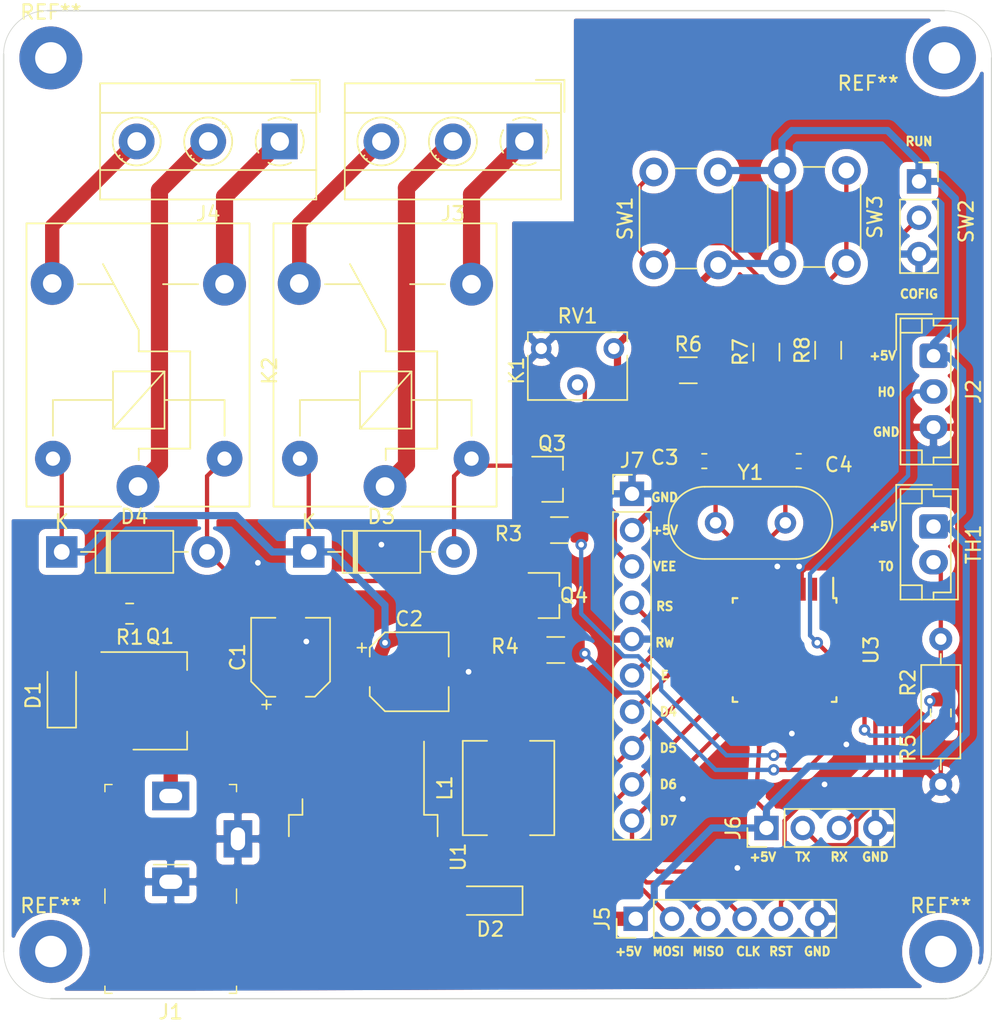
<source format=kicad_pcb>
(kicad_pcb (version 20171130) (host pcbnew "(5.1.5)-3")
  (layers (0 F.Cu signal) (31 B.Cu signal) (34 B.Paste user) (35 F.Paste user) (36 B.SilkS user) (37 F.SilkS user) (38 B.Mask user) (39 F.Mask user) (44 Edge.Cuts user))
  (net 0 "")
  (net 1 "Net-(C1-Pad1)")
  (net 2 +5V)
  (net 3 "Net-(D1-Pad2)")
  (net 4 "Net-(D2-Pad1)")
  (net 5 "Net-(D3-Pad2)")
  (net 6 "Net-(D4-Pad2)")
  (net 7 "Net-(J1-Pad1)")
  (net 8 "Net-(J3-Pad2)")
  (net 9 "Net-(J3-Pad3)")
  (net 10 "Net-(J3-Pad1)")
  (net 11 "Net-(J4-Pad2)")
  (net 12 "Net-(J4-Pad3)")
  (net 13 "Net-(J4-Pad1)")
  (net 14 "Net-(Q3-Pad2)")
  (net 15 "Net-(Q4-Pad2)")
  (net 16 RS)
  (net 17 E)
  (net 18 D4)
  (net 19 D5)
  (net 20 D6)
  (net 21 RH)
  (net 22 RT)
  (net 23 X2)
  (net 24 X1)
  (net 25 T0)
  (net 26 RESET)
  (net 27 CLK_)
  (net 28 RX)
  (net 29 TX)
  (net 30 VEE)
  (net 31 B+)
  (net 32 B-)
  (net 33 PAGE)
  (net 34 GND)
  (net 35 H0)
  (module Connector_PinSocket_2.54mm:PinSocket_1x03_P2.54mm_Vertical (layer F.Cu) (at 142.748 67.564)
    (fp_text reference SW2 (at 3.302 2.794 90) (layer F.SilkS))
    (fp_text value SW_Push_SPDT)
    (pad 3 thru_hole oval (at 0 5.08) (size 1.7 1.7) (drill 1) (layers *.Cu *.Mask) (net 34 GND))
    (pad 2 thru_hole oval (at 0 2.54) (size 1.7 1.7) (drill 1) (layers *.Cu *.Mask) (net 33 PAGE))
    (pad 1 thru_hole rect (at 0 0) (size 1.7 1.7) (drill 1) (layers *.Cu *.Mask) (net 2 +5V))
  )
  (module Potentiometer_THT:Potentiometer_Bourns_3266W_Vertical (layer F.Cu) (at 121.412 79.248)
    (fp_text reference RV1 (at -2.54 -2.27) (layer F.SilkS))
    (fp_text value R_POT)
    (pad 3 thru_hole circle (at -5.08 0) (size 1.44 1.44) (drill 0.8) (layers *.Cu *.Mask) (net 34 GND))
    (pad 2 thru_hole circle (at -2.54 2.54) (size 1.44 1.44) (drill 0.8) (layers *.Cu *.Mask) (net 30 VEE))
    (pad 1 thru_hole circle (at 0 0) (size 1.44 1.44) (drill 0.8) (layers *.Cu *.Mask) (net 2 +5V))
  )
  (module Connector_JST:JST_EH_B2B-EH-A_1x02_P2.50mm_Vertical (layer F.Cu) (at 143.764 91.694 270)
    (fp_text reference TH1 (at 1.25 -2.8 90) (layer F.SilkS))
    (fp_text value Thermistor_NTC)
    (pad 2 thru_hole oval (at 2.5 0 270) (size 1.7 2) (drill 1) (layers *.Cu *.Mask) (net 25 T0))
    (pad 1 thru_hole roundrect (at 0 0 270) (size 1.7 2) (drill 1) (layers *.Cu *.Mask) (roundrect_rratio 0.147059) (net 2 +5V))
  )
  (module Connector_JST:JST_EH_B3B-EH-A_1x03_P2.50mm_Vertical (layer F.Cu) (at 143.764 79.756 270)
    (fp_text reference J2 (at 2.5 -2.8 90) (layer F.SilkS))
    (fp_text value WHTM-02A)
    (pad 3 thru_hole oval (at 5 0 270) (size 1.7 1.95) (drill 0.95) (layers *.Cu *.Mask) (net 34 GND))
    (pad 2 thru_hole oval (at 2.5 0 270) (size 1.7 1.95) (drill 0.95) (layers *.Cu *.Mask) (net 35 H0))
    (pad 1 thru_hole roundrect (at 0 0 270) (size 1.7 1.95) (drill 0.95) (layers *.Cu *.Mask) (roundrect_rratio 0.147059) (net 2 +5V))
  )
  (module TerminalBlock_MetzConnect:TerminalBlock_MetzConnect_Type055_RT01503HDWU_1x03_P5.00mm_Horizontal (layer F.Cu) (at 98.044 64.77 180)
    (fp_text reference J4 (at 5 -5.06) (layer F.SilkS))
    (fp_text value "HUM SWITCH")
    (pad 3 thru_hole circle (at 10 0 180) (size 2.5 2.5) (drill 1.3) (layers *.Cu *.Mask) (net 12 "Net-(J4-Pad3)"))
    (pad 2 thru_hole circle (at 5 0 180) (size 2.5 2.5) (drill 1.3) (layers *.Cu *.Mask) (net 11 "Net-(J4-Pad2)"))
    (pad 1 thru_hole rect (at 0 0 180) (size 2.5 2.5) (drill 1.3) (layers *.Cu *.Mask) (net 13 "Net-(J4-Pad1)"))
  )
  (module TerminalBlock_MetzConnect:TerminalBlock_MetzConnect_Type055_RT01503HDWU_1x03_P5.00mm_Horizontal (layer F.Cu) (at 115.156 64.77 180)
    (fp_text reference J3 (at 5 -5.06) (layer F.SilkS))
    (fp_text value "HEAT SWITCH")
    (pad 3 thru_hole circle (at 10 0 180) (size 2.5 2.5) (drill 1.3) (layers *.Cu *.Mask) (net 9 "Net-(J3-Pad3)"))
    (pad 2 thru_hole circle (at 5 0 180) (size 2.5 2.5) (drill 1.3) (layers *.Cu *.Mask) (net 8 "Net-(J3-Pad2)"))
    (pad 1 thru_hole rect (at 0 0 180) (size 2.5 2.5) (drill 1.3) (layers *.Cu *.Mask) (net 10 "Net-(J3-Pad1)"))
  )
  (module MountingHole:MountingHole_2.2mm_M2_Pad (layer F.Cu) (at 82.042 58.928)
    (fp_text reference REF** (at 0 -3.2) (layer F.SilkS))
    (fp_text value MountingHole_2.2mm_M2_Pad)
    (pad 1 thru_hole circle (at 0 0) (size 4.4 4.4) (drill 2.2) (layers *.Cu *.Mask))
  )
  (module MountingHole:MountingHole_2.2mm_M2_Pad (layer F.Cu) (at 144.526 58.928)
    (fp_text reference REF** (at -5.334 1.778) (layer F.SilkS))
    (fp_text value MountingHole_2.2mm_M2_Pad)
    (pad 1 thru_hole circle (at 0 0) (size 4.4 4.4) (drill 2.2) (layers *.Cu *.Mask))
  )
  (module MountingHole:MountingHole_2.2mm_M2_Pad (layer F.Cu) (at 144.272 121.412)
    (fp_text reference REF** (at 0 -3.2) (layer F.SilkS))
    (fp_text value MountingHole_2.2mm_M2_Pad)
    (pad 1 thru_hole circle (at 0 0) (size 4.4 4.4) (drill 2.2) (layers *.Cu *.Mask))
  )
  (module MountingHole:MountingHole_2.2mm_M2_Pad (layer F.Cu) (at 82.042 121.412)
    (fp_text reference REF** (at 0 -3.2) (layer F.SilkS))
    (fp_text value MountingHole_2.2mm_M2_Pad)
    (pad 1 thru_hole circle (at 0 0) (size 4.4 4.4) (drill 2.2) (layers *.Cu *.Mask))
  )
  (module Button_Switch_THT:SW_PUSH_6mm_H8mm (layer F.Cu) (at 137.668 66.802 270)
    (fp_text reference SW3 (at 3.25 -2 90) (layer F.SilkS))
    (fp_text value B-)
    (pad 1 thru_hole circle (at 6.5 0) (size 2 2) (drill 1.1) (layers *.Cu *.Mask) (net 32 B-))
    (pad 2 thru_hole circle (at 6.5 4.5) (size 2 2) (drill 1.1) (layers *.Cu *.Mask) (net 2 +5V))
    (pad 1 thru_hole circle (at 0 0) (size 2 2) (drill 1.1) (layers *.Cu *.Mask) (net 32 B-))
    (pad 2 thru_hole circle (at 0 4.5) (size 2 2) (drill 1.1) (layers *.Cu *.Mask) (net 2 +5V))
  )
  (module Button_Switch_THT:SW_PUSH_6mm_H8mm (layer F.Cu) (at 124.206 73.406 90)
    (fp_text reference SW1 (at 3.25 -2 90) (layer F.SilkS))
    (fp_text value B+)
    (pad 1 thru_hole circle (at 6.5 0 180) (size 2 2) (drill 1.1) (layers *.Cu *.Mask) (net 31 B+))
    (pad 2 thru_hole circle (at 6.5 4.5 180) (size 2 2) (drill 1.1) (layers *.Cu *.Mask) (net 2 +5V))
    (pad 1 thru_hole circle (at 0 0 180) (size 2 2) (drill 1.1) (layers *.Cu *.Mask) (net 31 B+))
    (pad 2 thru_hole circle (at 0 4.5 180) (size 2 2) (drill 1.1) (layers *.Cu *.Mask) (net 2 +5V))
  )
  (module Resistor_SMD:R_1206_3216Metric (layer F.Cu) (at 136.398 79.372 90)
    (fp_text reference R8 (at 0 -1.82 90) (layer F.SilkS))
    (fp_text value 10K)
    (pad 2 smd roundrect (at 1.4 0 90) (size 1.25 1.75) (layers F.Cu F.Paste F.Mask) (roundrect_rratio 0.2) (net 32 B-))
    (pad 1 smd roundrect (at -1.4 0 90) (size 1.25 1.75) (layers F.Cu F.Paste F.Mask) (roundrect_rratio 0.2) (net 34 GND))
  )
  (module Resistor_SMD:R_1206_3216Metric (layer F.Cu) (at 132.08 79.502 90)
    (fp_text reference R7 (at 0 -1.82 90) (layer F.SilkS))
    (fp_text value 10K)
    (pad 2 smd roundrect (at 1.4 0 90) (size 1.25 1.75) (layers F.Cu F.Paste F.Mask) (roundrect_rratio 0.2) (net 31 B+))
    (pad 1 smd roundrect (at -1.4 0 90) (size 1.25 1.75) (layers F.Cu F.Paste F.Mask) (roundrect_rratio 0.2) (net 34 GND))
  )
  (module Resistor_SMD:R_1206_3216Metric (layer F.Cu) (at 126.616 80.772)
    (fp_text reference R6 (at 0 -1.82) (layer F.SilkS))
    (fp_text value 10K)
    (pad 2 smd roundrect (at 1.4 0) (size 1.25 1.75) (layers F.Cu F.Paste F.Mask) (roundrect_rratio 0.2) (net 33 PAGE))
    (pad 1 smd roundrect (at -1.4 0) (size 1.25 1.75) (layers F.Cu F.Paste F.Mask) (roundrect_rratio 0.2) (net 34 GND))
  )
  (module Crystal:Crystal_HC49-4H_Vertical (layer F.Cu) (at 128.524 91.44)
    (fp_text reference Y1 (at 2.44 -3.525) (layer F.SilkS))
    (fp_text value 8MHZ)
    (pad 2 thru_hole circle (at 4.88 0) (size 1.5 1.5) (drill 0.8) (layers *.Cu *.Mask) (net 24 X1))
    (pad 1 thru_hole circle (at 0 0) (size 1.5 1.5) (drill 0.8) (layers *.Cu *.Mask) (net 23 X2))
  )
  (module Resistor_THT:R_Axial_DIN0207_L6.3mm_D2.5mm_P10.16mm_Horizontal (layer F.Cu) (at 144.272 109.728 90)
    (fp_text reference R5 (at 2.54 -2.286 90) (layer F.SilkS))
    (fp_text value R)
    (pad 2 thru_hole oval (at 10.16 0 90) (size 1.6 1.6) (drill 0.8) (layers *.Cu *.Mask) (net 25 T0))
    (pad 1 thru_hole circle (at 0 0 90) (size 1.6 1.6) (drill 0.8) (layers *.Cu *.Mask) (net 34 GND))
  )
  (module Capacitor_SMD:C_0603_1608Metric (layer F.Cu) (at 134.3405 87.122)
    (fp_text reference C4 (at 2.794 0.254) (layer F.SilkS))
    (fp_text value 22pF)
    (pad 2 smd roundrect (at 0.7875 0) (size 0.875 0.95) (layers F.Cu F.Paste F.Mask) (net 34 GND))
    (pad 1 smd roundrect (at -0.7875 0) (size 0.875 0.95) (layers F.Cu F.Paste F.Mask) (net 24 X1))
  )
  (module Capacitor_SMD:C_0603_1608Metric (layer F.Cu) (at 127.7365 87.122 180)
    (fp_text reference C3 (at 2.7685 0.254) (layer F.SilkS))
    (fp_text value 22pF)
    (pad 2 smd roundrect (at 0.7875 0 180) (size 0.875 0.95) (layers F.Cu F.Paste F.Mask) (net 34 GND))
    (pad 1 smd roundrect (at -0.7875 0 180) (size 0.875 0.95) (layers F.Cu F.Paste F.Mask) (net 23 X2))
  )
  (module Package_TO_SOT_SMD:SOT-23 (layer F.Cu) (at 116.84 96.52)
    (fp_text reference Q4 (at 1.778 0) (layer F.SilkS))
    (fp_text value BC547)
    (pad 3 smd rect (at 1 0) (size 0.9 0.8) (layers F.Cu F.Paste F.Mask) (net 34 GND))
    (pad 2 smd rect (at -1 0.95) (size 0.9 0.8) (layers F.Cu F.Paste F.Mask) (net 15 "Net-(Q4-Pad2)"))
    (pad 1 smd rect (at -1 -0.95) (size 0.9 0.8) (layers F.Cu F.Paste F.Mask) (net 6 "Net-(D4-Pad2)"))
  )
  (module Package_TO_SOT_SMD:SOT-23 (layer F.Cu) (at 117.094 88.392)
    (fp_text reference Q3 (at 0 -2.5) (layer F.SilkS))
    (fp_text value BC547)
    (pad 3 smd rect (at 1 0) (size 0.9 0.8) (layers F.Cu F.Paste F.Mask) (net 34 GND))
    (pad 2 smd rect (at -1 0.95) (size 0.9 0.8) (layers F.Cu F.Paste F.Mask) (net 14 "Net-(Q3-Pad2)"))
    (pad 1 smd rect (at -1 -0.95) (size 0.9 0.8) (layers F.Cu F.Paste F.Mask) (net 5 "Net-(D3-Pad2)"))
  )
  (module Diode_SMD:D_SOD-123 (layer F.Cu) (at 112.776 117.856 180)
    (fp_text reference D2 (at 0 -2) (layer F.SilkS))
    (fp_text value 1N5822)
    (pad 2 smd rect (at 1.65 0 180) (size 0.9 1.2) (layers F.Cu F.Paste F.Mask) (net 34 GND))
    (pad 1 smd rect (at -1.65 0 180) (size 0.9 1.2) (layers F.Cu F.Paste F.Mask) (net 4 "Net-(D2-Pad1)"))
  )
  (module Capacitor_SMD:CP_Elec_5x5.3 (layer F.Cu) (at 98.806 100.838 90)
    (fp_text reference C1 (at 0 -3.7 90) (layer F.SilkS))
    (fp_text value 680uF)
    (pad 2 smd roundrect (at 2.2 0 90) (size 3 1.6) (layers F.Cu F.Paste F.Mask) (roundrect_rratio 0.15625) (net 34 GND))
    (pad 1 smd roundrect (at -2.2 0 90) (size 3 1.6) (layers F.Cu F.Paste F.Mask) (roundrect_rratio 0.15625) (net 1 "Net-(C1-Pad1)"))
  )
  (module Connector_PinHeader_2.54mm:PinHeader_1x10_P2.54mm_Vertical (layer F.Cu) (at 122.682 89.408)
    (fp_text reference J7 (at 0 -2.33) (layer F.SilkS))
    (fp_text value LCD16L02)
    (pad 10 thru_hole oval (at 0 22.86) (size 1.7 1.7) (drill 1) (layers *.Cu *.Mask) (net 27 CLK_))
    (pad 9 thru_hole oval (at 0 20.32) (size 1.7 1.7) (drill 1) (layers *.Cu *.Mask) (net 20 D6))
    (pad 8 thru_hole oval (at 0 17.78) (size 1.7 1.7) (drill 1) (layers *.Cu *.Mask) (net 19 D5))
    (pad 7 thru_hole oval (at 0 15.24) (size 1.7 1.7) (drill 1) (layers *.Cu *.Mask) (net 18 D4))
    (pad 6 thru_hole oval (at 0 12.7) (size 1.7 1.7) (drill 1) (layers *.Cu *.Mask) (net 17 E))
    (pad 5 thru_hole oval (at 0 10.16) (size 1.7 1.7) (drill 1) (layers *.Cu *.Mask) (net 34 GND))
    (pad 4 thru_hole oval (at 0 7.62) (size 1.7 1.7) (drill 1) (layers *.Cu *.Mask) (net 16 RS))
    (pad 3 thru_hole oval (at 0 5.08) (size 1.7 1.7) (drill 1) (layers *.Cu *.Mask) (net 30 VEE))
    (pad 2 thru_hole oval (at 0 2.54) (size 1.7 1.7) (drill 1) (layers *.Cu *.Mask) (net 2 +5V))
    (pad 1 thru_hole rect (at 0 0) (size 1.7 1.7) (drill 1) (layers *.Cu *.Mask) (net 34 GND))
  )
  (module Resistor_SMD:R_1206_3216Metric (layer F.Cu) (at 117.348 100.33)
    (fp_text reference R4 (at -3.556 -0.254) (layer F.SilkS))
    (fp_text value R)
    (pad 2 smd roundrect (at 1.4 0) (size 1.25 1.75) (layers F.Cu F.Paste F.Mask) (roundrect_rratio 0.2) (net 21 RH))
    (pad 1 smd roundrect (at -1.4 0) (size 1.25 1.75) (layers F.Cu F.Paste F.Mask) (roundrect_rratio 0.2) (net 15 "Net-(Q4-Pad2)"))
  )
  (module Resistor_SMD:R_1206_3216Metric (layer F.Cu) (at 117.602 91.948)
    (fp_text reference R3 (at -3.556 0.254) (layer F.SilkS))
    (fp_text value R)
    (pad 2 smd roundrect (at 1.4 0) (size 1.25 1.75) (layers F.Cu F.Paste F.Mask) (roundrect_rratio 0.2) (net 22 RT))
    (pad 1 smd roundrect (at -1.4 0) (size 1.25 1.75) (layers F.Cu F.Paste F.Mask) (roundrect_rratio 0.2) (net 14 "Net-(Q3-Pad2)"))
  )
  (module Connector_PinHeader_2.54mm:PinHeader_1x04_P2.54mm_Vertical (layer F.Cu) (at 132.08 112.776 90)
    (fp_text reference J6 (at 0 -2.33 90) (layer F.SilkS))
    (fp_text value UART)
    (pad 4 thru_hole oval (at 0 7.62 90) (size 1.7 1.7) (drill 1) (layers *.Cu *.Mask) (net 34 GND))
    (pad 3 thru_hole oval (at 0 5.08 90) (size 1.7 1.7) (drill 1) (layers *.Cu *.Mask) (net 28 RX))
    (pad 2 thru_hole oval (at 0 2.54 90) (size 1.7 1.7) (drill 1) (layers *.Cu *.Mask) (net 29 TX))
    (pad 1 thru_hole rect (at 0 0 90) (size 1.7 1.7) (drill 1) (layers *.Cu *.Mask) (net 2 +5V))
  )
  (module Connector_PinHeader_2.54mm:PinHeader_1x06_P2.54mm_Vertical (layer F.Cu) (at 122.936 119.126 90)
    (fp_text reference J5 (at 0 -2.33 90) (layer F.SilkS))
    (fp_text value SPI)
    (pad 6 thru_hole oval (at 0 12.7 90) (size 1.7 1.7) (drill 1) (layers *.Cu *.Mask) (net 34 GND))
    (pad 5 thru_hole oval (at 0 10.16 90) (size 1.7 1.7) (drill 1) (layers *.Cu *.Mask) (net 26 RESET))
    (pad 4 thru_hole oval (at 0 7.62 90) (size 1.7 1.7) (drill 1) (layers *.Cu *.Mask) (net 27 CLK_))
    (pad 3 thru_hole oval (at 0 5.08 90) (size 1.7 1.7) (drill 1) (layers *.Cu *.Mask) (net 20 D6))
    (pad 2 thru_hole oval (at 0 2.54 90) (size 1.7 1.7) (drill 1) (layers *.Cu *.Mask) (net 19 D5))
    (pad 1 thru_hole rect (at 0 0 90) (size 1.7 1.7) (drill 1) (layers *.Cu *.Mask) (net 2 +5V))
  )
  (module Resistor_SMD:R_0805_2012Metric (layer F.Cu) (at 144.272 104.7265 90)
    (fp_text reference R2 (at 2.1105 -2.286 90) (layer F.SilkS))
    (fp_text value R)
    (pad 2 smd roundrect (at 0.9375 0 90) (size 0.975 1.4) (layers F.Cu F.Paste F.Mask) (net 25 T0))
    (pad 1 smd roundrect (at -0.9375 0 90) (size 0.975 1.4) (layers F.Cu F.Paste F.Mask) (net 34 GND))
  )
  (module Resistor_SMD:R_0805_2012Metric (layer F.Cu) (at 87.5515 97.79 180)
    (fp_text reference R1 (at 0 -1.65) (layer F.SilkS))
    (fp_text value 100K)
    (pad 2 smd roundrect (at 0.9375 0 180) (size 0.975 1.4) (layers F.Cu F.Paste F.Mask) (net 3 "Net-(D1-Pad2)"))
    (pad 1 smd roundrect (at -0.9375 0 180) (size 0.975 1.4) (layers F.Cu F.Paste F.Mask) (net 34 GND))
  )
  (module Package_QFP:TQFP-32_7x7mm_P0.8mm (layer F.Cu) (at 133.35 100.33 270)
    (fp_text reference U3 (at 0 -6.05 90) (layer F.SilkS))
    (fp_text value ATmega328P-AU)
    (pad 32 smd rect (at -2.8 -4.25) (size 1.6 0.55) (layers F.Cu F.Paste F.Mask))
    (pad 31 smd rect (at -2 -4.25) (size 1.6 0.55) (layers F.Cu F.Paste F.Mask) (net 29 TX))
    (pad 30 smd rect (at -1.2 -4.25) (size 1.6 0.55) (layers F.Cu F.Paste F.Mask) (net 28 RX))
    (pad 29 smd rect (at -0.4 -4.25) (size 1.6 0.55) (layers F.Cu F.Paste F.Mask) (net 26 RESET))
    (pad 28 smd rect (at 0.4 -4.25) (size 1.6 0.55) (layers F.Cu F.Paste F.Mask) (net 35 H0))
    (pad 27 smd rect (at 1.2 -4.25) (size 1.6 0.55) (layers F.Cu F.Paste F.Mask) (net 25 T0))
    (pad 26 smd rect (at 2 -4.25) (size 1.6 0.55) (layers F.Cu F.Paste F.Mask))
    (pad 25 smd rect (at 2.8 -4.25) (size 1.6 0.55) (layers F.Cu F.Paste F.Mask))
    (pad 24 smd rect (at 4.25 -2.8 270) (size 1.6 0.55) (layers F.Cu F.Paste F.Mask) (net 21 RH))
    (pad 23 smd rect (at 4.25 -2 270) (size 1.6 0.55) (layers F.Cu F.Paste F.Mask) (net 22 RT))
    (pad 22 smd rect (at 4.25 -1.2 270) (size 1.6 0.55) (layers F.Cu F.Paste F.Mask))
    (pad 21 smd rect (at 4.25 -0.4 270) (size 1.6 0.55) (layers F.Cu F.Paste F.Mask) (net 34 GND))
    (pad 20 smd rect (at 4.25 0.4 270) (size 1.6 0.55) (layers F.Cu F.Paste F.Mask) (net 2 +5V))
    (pad 19 smd rect (at 4.25 1.2 270) (size 1.6 0.55) (layers F.Cu F.Paste F.Mask))
    (pad 18 smd rect (at 4.25 2 270) (size 1.6 0.55) (layers F.Cu F.Paste F.Mask) (net 2 +5V))
    (pad 17 smd rect (at 4.25 2.8 270) (size 1.6 0.55) (layers F.Cu F.Paste F.Mask) (net 27 CLK_))
    (pad 16 smd rect (at 2.8 4.25) (size 1.6 0.55) (layers F.Cu F.Paste F.Mask) (net 20 D6))
    (pad 15 smd rect (at 2 4.25) (size 1.6 0.55) (layers F.Cu F.Paste F.Mask) (net 19 D5))
    (pad 14 smd rect (at 1.2 4.25) (size 1.6 0.55) (layers F.Cu F.Paste F.Mask) (net 18 D4))
    (pad 13 smd rect (at 0.4 4.25) (size 1.6 0.55) (layers F.Cu F.Paste F.Mask) (net 17 E))
    (pad 12 smd rect (at -0.4 4.25) (size 1.6 0.55) (layers F.Cu F.Paste F.Mask) (net 16 RS))
    (pad 11 smd rect (at -1.2 4.25) (size 1.6 0.55) (layers F.Cu F.Paste F.Mask))
    (pad 10 smd rect (at -2 4.25) (size 1.6 0.55) (layers F.Cu F.Paste F.Mask))
    (pad 9 smd rect (at -2.8 4.25) (size 1.6 0.55) (layers F.Cu F.Paste F.Mask))
    (pad 8 smd rect (at -4.25 2.8 270) (size 1.6 0.55) (layers F.Cu F.Paste F.Mask) (net 23 X2))
    (pad 7 smd rect (at -4.25 2 270) (size 1.6 0.55) (layers F.Cu F.Paste F.Mask) (net 24 X1))
    (pad 6 smd rect (at -4.25 1.2 270) (size 1.6 0.55) (layers F.Cu F.Paste F.Mask) (net 2 +5V))
    (pad 5 smd rect (at -4.25 0.4 270) (size 1.6 0.55) (layers F.Cu F.Paste F.Mask) (net 34 GND))
    (pad 4 smd rect (at -4.25 -0.4 270) (size 1.6 0.55) (layers F.Cu F.Paste F.Mask) (net 2 +5V))
    (pad 3 smd rect (at -4.25 -1.2 270) (size 1.6 0.55) (layers F.Cu F.Paste F.Mask) (net 34 GND))
    (pad 2 smd rect (at -4.25 -2 270) (size 1.6 0.55) (layers F.Cu F.Paste F.Mask))
    (pad 1 smd rect (at -4.25 -2.8 270) (size 1.6 0.55) (layers F.Cu F.Paste F.Mask))
  )
  (module Package_TO_SOT_SMD:TO-263-5_TabPin3 (layer F.Cu) (at 103.886 114.808 270)
    (fp_text reference U1 (at 0 -6.65 90) (layer F.SilkS))
    (fp_text value LM2596S-5)
    (pad 3 smd rect (at 3.375 0 270) (size 9.4 10.8) (layers F.Cu F.Mask) (net 34 GND))
    (pad 5 smd rect (at -5.775 3.4 270) (size 4.6 1.1) (layers F.Cu F.Paste F.Mask) (net 34 GND))
    (pad 4 smd rect (at -5.775 1.7 270) (size 4.6 1.1) (layers F.Cu F.Paste F.Mask) (net 2 +5V))
    (pad 3 smd rect (at -5.775 0 270) (size 4.6 1.1) (layers F.Cu F.Paste F.Mask) (net 34 GND))
    (pad 2 smd rect (at -5.775 -1.7 270) (size 4.6 1.1) (layers F.Cu F.Paste F.Mask) (net 4 "Net-(D2-Pad1)"))
    (pad 1 smd rect (at -5.775 -3.4 270) (size 4.6 1.1) (layers F.Cu F.Paste F.Mask) (net 1 "Net-(C1-Pad1)"))
  )
  (module Package_TO_SOT_SMD:SOT-223 (layer F.Cu) (at 89.662 103.886)
    (fp_text reference Q1 (at 0 -4.5) (layer F.SilkS))
    (fp_text value "IPN70R360P7S ")
    (pad 1 smd rect (at -3.15 -2.3) (size 2 1.5) (layers F.Cu F.Paste F.Mask) (net 3 "Net-(D1-Pad2)"))
    (pad 3 smd rect (at -3.15 2.3) (size 2 1.5) (layers F.Cu F.Paste F.Mask) (net 1 "Net-(C1-Pad1)"))
    (pad 2 smd rect (at -3.15 0) (size 2 1.5) (layers F.Cu F.Paste F.Mask) (net 7 "Net-(J1-Pad1)"))
    (pad 4 smd rect (at 3.15 0) (size 2 3.8) (layers F.Cu F.Paste F.Mask))
  )
  (module Inductor_SMD:L_6.3x6.3_H3 (layer F.Cu) (at 114.046 109.982 90)
    (fp_text reference L1 (at 0 -4.45 90) (layer F.SilkS))
    (fp_text value 33uH)
    (pad 2 smd rect (at 2.75 0 90) (size 1.5 2.4) (layers F.Cu F.Paste F.Mask) (net 2 +5V))
    (pad 1 smd rect (at -2.75 0 90) (size 1.5 2.4) (layers F.Cu F.Paste F.Mask) (net 4 "Net-(D2-Pad1)"))
  )
  (module Relay_THT:Relay_SPDT_SANYOU_SRD_Series_Form_C (layer F.Cu) (at 88.138 88.9 90)
    (fp_text reference K2 (at 8.1 9.2 90) (layer F.SilkS))
    (fp_text value SANYOU_SRD_Form_C)
    (pad 1 thru_hole circle (at 0 0 180) (size 3 3) (drill 1.3) (layers *.Cu *.Mask) (net 11 "Net-(J4-Pad2)"))
    (pad 5 thru_hole circle (at 1.95 -5.95 180) (size 2.5 2.5) (drill 1) (layers *.Cu *.Mask) (net 2 +5V))
    (pad 4 thru_hole circle (at 14.2 -6 180) (size 3 3) (drill 1.3) (layers *.Cu *.Mask) (net 12 "Net-(J4-Pad3)"))
    (pad 3 thru_hole circle (at 14.15 6.05 180) (size 3 3) (drill 1.3) (layers *.Cu *.Mask) (net 13 "Net-(J4-Pad1)"))
    (pad 2 thru_hole circle (at 1.95 6.05 180) (size 2.5 2.5) (drill 1) (layers *.Cu *.Mask) (net 6 "Net-(D4-Pad2)"))
  )
  (module Relay_THT:Relay_SPDT_SANYOU_SRD_Series_Form_C (layer F.Cu) (at 105.41 88.9 90)
    (fp_text reference K1 (at 8.1 9.2 90) (layer F.SilkS))
    (fp_text value SANYOU_SRD_Form_C)
    (pad 1 thru_hole circle (at 0 0 180) (size 3 3) (drill 1.3) (layers *.Cu *.Mask) (net 8 "Net-(J3-Pad2)"))
    (pad 5 thru_hole circle (at 1.95 -5.95 180) (size 2.5 2.5) (drill 1) (layers *.Cu *.Mask) (net 2 +5V))
    (pad 4 thru_hole circle (at 14.2 -6 180) (size 3 3) (drill 1.3) (layers *.Cu *.Mask) (net 9 "Net-(J3-Pad3)"))
    (pad 3 thru_hole circle (at 14.15 6.05 180) (size 3 3) (drill 1.3) (layers *.Cu *.Mask) (net 10 "Net-(J3-Pad1)"))
    (pad 2 thru_hole circle (at 1.95 6.05 180) (size 2.5 2.5) (drill 1) (layers *.Cu *.Mask) (net 5 "Net-(D3-Pad2)"))
  )
  (module digikey-footprints:Barrel_Jack_5.5mmODx2.1mmID_PJ-102A (layer F.Cu) (at 90.424 113.538 180)
    (fp_text reference J1 (at 0 -12.1) (layer F.SilkS))
    (fp_text value 12V-INPUT)
    (pad 2 thru_hole rect (at 0 -3 180) (size 2.6 2) (drill oval 1.6 1) (layers *.Cu *.Mask) (net 34 GND))
    (pad 1 thru_hole rect (at 0 3 180) (size 2.6 2) (drill oval 1.6 1) (layers *.Cu *.Mask) (net 7 "Net-(J1-Pad1)"))
    (pad 3 thru_hole rect (at -4.7 0 180) (size 2 2.6) (drill oval 1 1.6) (layers *.Cu *.Mask) (net 34 GND))
  )
  (module Diode_THT:D_DO-41_SOD81_P10.16mm_Horizontal (layer F.Cu) (at 82.804 93.472)
    (fp_text reference D4 (at 5.08 -2.47) (layer F.SilkS))
    (fp_text value 1N4007)
    (fp_text user K (at 0 -2.1) (layer F.SilkS))
    (pad 2 thru_hole oval (at 10.16 0) (size 2.2 2.2) (drill 1.1) (layers *.Cu *.Mask) (net 6 "Net-(D4-Pad2)"))
    (pad 1 thru_hole rect (at 0 0) (size 2.2 2.2) (drill 1.1) (layers *.Cu *.Mask) (net 2 +5V))
  )
  (module Diode_THT:D_DO-41_SOD81_P10.16mm_Horizontal (layer F.Cu) (at 100.076 93.472)
    (fp_text reference D3 (at 5.08 -2.47) (layer F.SilkS))
    (fp_text value 1N4007)
    (fp_text user K (at 0 -2.1) (layer F.SilkS))
    (pad 2 thru_hole oval (at 10.16 0) (size 2.2 2.2) (drill 1.1) (layers *.Cu *.Mask) (net 5 "Net-(D3-Pad2)"))
    (pad 1 thru_hole rect (at 0 0) (size 2.2 2.2) (drill 1.1) (layers *.Cu *.Mask) (net 2 +5V))
  )
  (module Diode_SMD:D_SOD-123 (layer F.Cu) (at 82.804 103.506 90)
    (fp_text reference D1 (at 0 -2 90) (layer F.SilkS))
    (fp_text value BZT52B9V1-G)
    (pad 2 smd rect (at 1.65 0 90) (size 0.9 1.2) (layers F.Cu F.Paste F.Mask) (net 3 "Net-(D1-Pad2)"))
    (pad 1 smd rect (at -1.65 0 90) (size 0.9 1.2) (layers F.Cu F.Paste F.Mask) (net 1 "Net-(C1-Pad1)"))
  )
  (module Capacitor_SMD:CP_Elec_5x5.3 (layer F.Cu) (at 107.102 101.854)
    (fp_text reference C2 (at 0 -3.7) (layer F.SilkS))
    (fp_text value 220uF)
    (pad 2 smd roundrect (at 2.2 0) (size 3 1.6) (layers F.Cu F.Paste F.Mask) (roundrect_rratio 0.15625) (net 34 GND))
    (pad 1 smd roundrect (at -2.2 0) (size 3 1.6) (layers F.Cu F.Paste F.Mask) (roundrect_rratio 0.15625) (net 2 +5V))
  )
  (gr_text RUN (at 142.748 64.77) (layer F.SilkS) (effects (font (size 0.6 0.6))))
  (gr_text COFIG (at 142.748 75.438) (layer F.SilkS) (effects (font (size 0.6 0.6))))
  (gr_text D4 (at 125.222 104.648) (layer F.SilkS) (effects (font (size 0.6 0.6))))
  (gr_text D5 (at 125.222 107.188) (layer F.SilkS) (effects (font (size 0.6 0.6))))
  (gr_text D6 (at 125.222 109.728) (layer F.SilkS) (effects (font (size 0.6 0.6))))
  (gr_text D7 (at 125.222 112.268) (layer F.SilkS) (effects (font (size 0.6 0.6))))
  (gr_text E (at 124.968 102.108) (layer F.SilkS) (effects (font (size 0.6 0.6))))
  (gr_text RW (at 124.968 99.822) (layer F.SilkS) (effects (font (size 0.6 0.6))))
  (gr_text RS (at 124.968 97.282) (layer F.SilkS) (effects (font (size 0.6 0.6))))
  (gr_text VEE (at 124.968 94.488) (layer F.SilkS) (effects (font (size 0.6 0.6))))
  (gr_text GND (at 124.968 89.662) (layer F.SilkS) (effects (font (size 0.6 0.6))))
  (gr_text +5V (at 124.968 91.948) (layer F.SilkS) (effects (font (size 0.6 0.6))))
  (gr_text GND (at 140.462 85.09) (layer F.SilkS) (effects (font (size 0.6 0.6))))
  (gr_text H0 (at 140.462 82.296) (layer F.SilkS) (effects (font (size 0.6 0.6))))
  (gr_text +5V (at 140.208 79.756) (layer F.SilkS) (effects (font (size 0.6 0.6))))
  (gr_text T0 (at 140.462 94.488) (layer F.SilkS) (effects (font (size 0.6 0.6))))
  (gr_text +5V (at 140.208 91.694) (layer F.SilkS) (effects (font (size 0.6 0.6))))
  (gr_text GND (at 139.7 114.808) (layer F.SilkS) (effects (font (size 0.6 0.6))))
  (gr_text RX (at 137.16 114.808) (layer F.SilkS) (effects (font (size 0.6 0.6))))
  (gr_text TX (at 134.62 114.808) (layer F.SilkS) (effects (font (size 0.6 0.6))))
  (gr_text +5V (at 131.826 114.808) (layer F.SilkS) (effects (font (size 0.6 0.6))))
  (gr_text GND (at 135.636 121.412) (layer F.SilkS) (effects (font (size 0.6 0.6))))
  (gr_text RST (at 133.096 121.412) (layer F.SilkS) (effects (font (size 0.6 0.6))))
  (gr_text CLK (at 130.81 121.412) (layer F.SilkS) (effects (font (size 0.6 0.6))))
  (gr_text MISO (at 128.016 121.412) (layer F.SilkS) (effects (font (size 0.6 0.6))))
  (gr_text MOSI (at 125.222 121.412) (layer F.SilkS) (effects (font (size 0.6 0.6))))
  (gr_text +5V (at 122.428 121.412) (layer F.SilkS) (effects (font (size 0.6 0.6))))
  (gr_arc (start 81.788 58.674) (end 81.788 55.626) (angle -90) (layer Edge.Cuts) (width 0.05))
  (gr_arc (start 144.526 58.928) (end 147.828 58.928) (angle -90) (layer Edge.Cuts) (width 0.05))
  (gr_arc (start 144.526 121.412) (end 144.526 124.714) (angle -90) (layer Edge.Cuts) (width 0.1))
  (gr_line (start 147.828 58.928) (end 147.828 121.412) (layer Edge.Cuts) (width 0.1))
  (gr_line (start 81.788 55.626) (end 144.526 55.626) (layer Edge.Cuts) (width 0.1))
  (gr_arc (start 82.042 121.412) (end 78.74 121.412) (angle -90) (layer Edge.Cuts) (width 0.05))
  (gr_line (start 78.74 121.412) (end 78.74 58.674) (layer Edge.Cuts) (width 0.1))
  (gr_line (start 144.526 124.714) (end 82.042 124.714) (layer Edge.Cuts) (width 0.1))
  (segment (start 83.834 106.186) (end 82.804 105.156) (width 0.5) (layer F.Cu) (net 1))
  (segment (start 86.512 106.186) (end 83.834 106.186) (width 0.5) (layer F.Cu) (net 1))
  (segment (start 86.512 106.186) (end 86.512 111.15) (width 1) (layer F.Cu) (net 1))
  (segment (start 86.512 111.15) (end 88.392 113.03) (width 1) (layer F.Cu) (net 1))
  (segment (start 88.392 113.03) (end 91.694 113.03) (width 1) (layer F.Cu) (net 1))
  (segment (start 98.806 105.918) (end 98.806 103.038) (width 1) (layer F.Cu) (net 1))
  (segment (start 107.286 111.443002) (end 106.207002 112.522) (width 1) (layer F.Cu) (net 1))
  (segment (start 107.286 109.033) (end 107.286 111.443002) (width 1) (layer F.Cu) (net 1))
  (segment (start 99.06 112.522) (end 95.758 109.22) (width 1) (layer F.Cu) (net 1))
  (segment (start 106.207002 112.522) (end 99.06 112.522) (width 1) (layer F.Cu) (net 1))
  (segment (start 91.694 113.03) (end 95.758 109.22) (width 1) (layer F.Cu) (net 1))
  (segment (start 95.758 109.22) (end 98.806 105.918) (width 1) (layer F.Cu) (net 1))
  (segment (start 102.186 104.57) (end 104.902 101.854) (width 1) (layer F.Cu) (net 2))
  (segment (start 102.186 109.033) (end 102.186 104.57) (width 1) (layer F.Cu) (net 2))
  (segment (start 114.046 108.982) (end 117.094 112.03) (width 1) (layer F.Cu) (net 2))
  (segment (start 114.046 107.232) (end 114.046 108.982) (width 1) (layer F.Cu) (net 2))
  (segment (start 117.094 112.03) (end 117.094 115.316) (width 1) (layer F.Cu) (net 2))
  (segment (start 120.904 119.126) (end 122.936 119.126) (width 1) (layer F.Cu) (net 2))
  (segment (start 117.094 115.316) (end 120.904 119.126) (width 1) (layer F.Cu) (net 2))
  (segment (start 106.642 99.314) (end 111.252 99.314) (width 1) (layer F.Cu) (net 2))
  (segment (start 114.046 102.108) (end 114.046 107.232) (width 1) (layer F.Cu) (net 2))
  (segment (start 111.252 99.314) (end 114.046 102.108) (width 1) (layer F.Cu) (net 2))
  (segment (start 104.902 101.054) (end 104.902 101.854) (width 0.5) (layer F.Cu) (net 2))
  (segment (start 100.076 87.566) (end 99.46 86.95) (width 0.3) (layer F.Cu) (net 2))
  (segment (start 100.076 93.472) (end 100.076 87.566) (width 0.3) (layer F.Cu) (net 2))
  (segment (start 82.804 87.566) (end 82.188 86.95) (width 0.3) (layer F.Cu) (net 2))
  (segment (start 82.804 93.472) (end 82.804 87.566) (width 0.3) (layer F.Cu) (net 2))
  (segment (start 84.404 93.472) (end 86.944 90.932) (width 0.5) (layer B.Cu) (net 2))
  (segment (start 82.804 93.472) (end 84.404 93.472) (width 0.5) (layer B.Cu) (net 2))
  (segment (start 86.944 90.932) (end 94.996 90.932) (width 0.5) (layer B.Cu) (net 2))
  (segment (start 97.536 93.472) (end 100.076 93.472) (width 0.5) (layer B.Cu) (net 2))
  (segment (start 94.996 90.932) (end 97.536 93.472) (width 0.5) (layer B.Cu) (net 2))
  (segment (start 105.41 99.822) (end 106.642 99.314) (width 1) (layer F.Cu) (net 2))
  (via (at 105.41 99.822) (size 0.8) (drill 0.4) (layers F.Cu B.Cu) (net 2))
  (segment (start 104.902 101.054) (end 105.41 99.822) (width 1) (layer F.Cu) (net 2))
  (segment (start 105.41 97.206) (end 105.41 99.822) (width 0.5) (layer B.Cu) (net 2))
  (segment (start 100.076 93.472) (end 101.676 93.472) (width 0.5) (layer B.Cu) (net 2))
  (segment (start 101.676 93.472) (end 105.41 97.206) (width 0.5) (layer B.Cu) (net 2))
  (segment (start 124.236001 117.825999) (end 124.236001 116.809999) (width 0.5) (layer B.Cu) (net 2))
  (segment (start 122.936 119.126) (end 124.236001 117.825999) (width 0.5) (layer B.Cu) (net 2))
  (segment (start 128.27 112.776) (end 132.08 112.776) (width 0.5) (layer B.Cu) (net 2))
  (segment (start 124.236001 116.809999) (end 128.27 112.776) (width 0.5) (layer B.Cu) (net 2))
  (segment (start 131.35 105.68) (end 131.35 104.58) (width 0.3) (layer F.Cu) (net 2))
  (segment (start 132.08 111.626) (end 131.35 110.896) (width 0.3) (layer F.Cu) (net 2))
  (segment (start 132.08 112.776) (end 132.08 111.626) (width 0.3) (layer F.Cu) (net 2))
  (segment (start 132.15 102.68) (end 132.15 97.18) (width 0.3) (layer F.Cu) (net 2))
  (segment (start 131.35 103.48) (end 132.15 102.68) (width 0.3) (layer F.Cu) (net 2))
  (segment (start 132.15 97.18) (end 132.15 96.08) (width 0.3) (layer F.Cu) (net 2))
  (segment (start 131.35 104.58) (end 131.35 103.48) (width 0.3) (layer F.Cu) (net 2))
  (segment (start 133.75 97.18) (end 133.75 96.08) (width 0.3) (layer F.Cu) (net 2))
  (segment (start 133.75 102.68) (end 133.75 97.18) (width 0.3) (layer F.Cu) (net 2))
  (segment (start 132.95 103.48) (end 133.75 102.68) (width 0.3) (layer F.Cu) (net 2))
  (segment (start 132.95 104.58) (end 132.95 103.48) (width 0.3) (layer F.Cu) (net 2))
  (segment (start 131.572 107.058) (end 131.572 107.188) (width 0.3) (layer F.Cu) (net 2))
  (segment (start 132.95 104.58) (end 132.95 105.68) (width 0.3) (layer F.Cu) (net 2))
  (segment (start 132.95 105.68) (end 131.572 107.058) (width 0.3) (layer F.Cu) (net 2))
  (segment (start 131.35 110.896) (end 131.572 107.188) (width 0.3) (layer F.Cu) (net 2))
  (segment (start 131.572 107.188) (end 131.35 105.68) (width 0.3) (layer F.Cu) (net 2))
  (segment (start 132.08 111.426) (end 135.048 108.458) (width 0.5) (layer B.Cu) (net 2))
  (segment (start 132.08 112.776) (end 132.08 111.426) (width 0.5) (layer B.Cu) (net 2))
  (segment (start 135.048 108.458) (end 143.764 108.458) (width 0.5) (layer B.Cu) (net 2))
  (segment (start 143.764 108.458) (end 146.05 106.172) (width 0.5) (layer B.Cu) (net 2))
  (segment (start 146.05 92.98) (end 144.764 91.694) (width 0.5) (layer B.Cu) (net 2))
  (segment (start 146.05 106.172) (end 146.05 92.98) (width 0.5) (layer B.Cu) (net 2))
  (segment (start 144.739 79.756) (end 145.796 80.813) (width 0.5) (layer B.Cu) (net 2))
  (segment (start 143.764 79.756) (end 144.739 79.756) (width 0.5) (layer B.Cu) (net 2))
  (segment (start 144.764 91.694) (end 143.764 91.694) (width 0.5) (layer B.Cu) (net 2))
  (segment (start 145.796 90.662) (end 144.764 91.694) (width 0.5) (layer B.Cu) (net 2))
  (segment (start 145.796 80.813) (end 145.796 90.662) (width 0.5) (layer B.Cu) (net 2))
  (segment (start 143.764 78.906) (end 145.288 77.382) (width 0.5) (layer B.Cu) (net 2))
  (segment (start 143.764 79.756) (end 143.764 78.906) (width 0.5) (layer B.Cu) (net 2))
  (segment (start 144.098 67.564) (end 142.748 67.564) (width 0.5) (layer B.Cu) (net 2))
  (segment (start 145.288 68.754) (end 144.098 67.564) (width 0.5) (layer B.Cu) (net 2))
  (segment (start 145.288 77.382) (end 145.288 68.754) (width 0.5) (layer B.Cu) (net 2))
  (segment (start 142.748 66.214) (end 140.542 64.008) (width 0.5) (layer B.Cu) (net 2))
  (segment (start 142.748 67.564) (end 142.748 66.214) (width 0.5) (layer B.Cu) (net 2))
  (segment (start 140.542 64.008) (end 133.858 64.008) (width 0.5) (layer B.Cu) (net 2))
  (segment (start 133.168 64.698) (end 133.168 66.802) (width 0.5) (layer B.Cu) (net 2))
  (segment (start 133.858 64.008) (end 133.168 64.698) (width 0.5) (layer B.Cu) (net 2))
  (segment (start 133.168 68.216213) (end 133.168 73.302) (width 0.5) (layer B.Cu) (net 2))
  (segment (start 133.168 66.802) (end 133.168 68.216213) (width 0.5) (layer B.Cu) (net 2))
  (segment (start 128.81 73.302) (end 128.706 73.406) (width 0.5) (layer B.Cu) (net 2))
  (segment (start 133.168 73.302) (end 128.81 73.302) (width 0.5) (layer B.Cu) (net 2))
  (segment (start 128.81 66.802) (end 128.706 66.906) (width 0.5) (layer B.Cu) (net 2))
  (segment (start 133.168 66.802) (end 128.81 66.802) (width 0.5) (layer B.Cu) (net 2))
  (segment (start 124.714 89.916) (end 124.714 87.122) (width 0.5) (layer F.Cu) (net 2))
  (segment (start 122.682 91.948) (end 124.714 89.916) (width 0.5) (layer F.Cu) (net 2))
  (segment (start 124.714 87.122) (end 121.666 84.074) (width 0.5) (layer F.Cu) (net 2))
  (segment (start 121.666 84.074) (end 121.666 79.756) (width 0.5) (layer F.Cu) (net 2))
  (segment (start 121.412 79.248) (end 124.206 76.454) (width 0.5) (layer F.Cu) (net 2))
  (segment (start 125.658 76.454) (end 128.706 73.406) (width 0.5) (layer F.Cu) (net 2))
  (segment (start 124.206 76.454) (end 125.658 76.454) (width 0.5) (layer F.Cu) (net 2))
  (segment (start 83.074 101.586) (end 82.804 101.856) (width 0.5) (layer F.Cu) (net 3))
  (segment (start 86.512 101.586) (end 83.074 101.586) (width 0.5) (layer F.Cu) (net 3))
  (segment (start 86.512 97.892) (end 86.614 97.79) (width 0.5) (layer F.Cu) (net 3))
  (segment (start 86.512 101.586) (end 86.512 97.892) (width 0.5) (layer F.Cu) (net 3))
  (segment (start 105.586 106.622998) (end 107.052998 105.156) (width 1) (layer F.Cu) (net 4))
  (segment (start 105.586 109.033) (end 105.586 106.622998) (width 1) (layer F.Cu) (net 4))
  (segment (start 107.052998 105.156) (end 110.236 105.156) (width 1) (layer F.Cu) (net 4))
  (segment (start 110.236 105.156) (end 111.506 106.426) (width 1) (layer F.Cu) (net 4))
  (segment (start 111.506 106.426) (end 111.506 110.236) (width 1) (layer F.Cu) (net 4))
  (segment (start 111.506 110.236) (end 112.268 110.998) (width 1) (layer F.Cu) (net 4))
  (segment (start 112.312 110.998) (end 114.046 112.732) (width 1) (layer F.Cu) (net 4))
  (segment (start 112.268 110.998) (end 112.312 110.998) (width 1) (layer F.Cu) (net 4))
  (segment (start 114.426 113.112) (end 114.046 112.732) (width 0.5) (layer F.Cu) (net 4))
  (segment (start 114.426 117.856) (end 114.426 113.112) (width 0.5) (layer F.Cu) (net 4))
  (segment (start 111.952 87.442) (end 111.46 86.95) (width 0.3) (layer F.Cu) (net 5))
  (segment (start 116.094 87.442) (end 111.952 87.442) (width 0.3) (layer F.Cu) (net 5))
  (segment (start 110.236 88.174) (end 111.46 86.95) (width 0.3) (layer F.Cu) (net 5))
  (segment (start 110.236 93.472) (end 110.236 88.174) (width 0.3) (layer F.Cu) (net 5))
  (segment (start 115.09 95.57) (end 115.024 95.504) (width 0.3) (layer F.Cu) (net 6))
  (segment (start 115.84 95.57) (end 115.09 95.57) (width 0.3) (layer F.Cu) (net 6))
  (segment (start 94.996 95.504) (end 92.964 93.472) (width 0.3) (layer F.Cu) (net 6))
  (segment (start 115.024 95.504) (end 94.996 95.504) (width 0.3) (layer F.Cu) (net 6))
  (segment (start 92.964 88.174) (end 94.188 86.95) (width 0.3) (layer F.Cu) (net 6))
  (segment (start 92.964 93.472) (end 92.964 88.174) (width 0.3) (layer F.Cu) (net 6))
  (segment (start 88.512 103.886) (end 86.512 103.886) (width 1) (layer F.Cu) (net 7))
  (segment (start 90.424 110.538) (end 90.424 105.798) (width 1) (layer F.Cu) (net 7))
  (segment (start 90.424 105.798) (end 88.512 103.886) (width 1) (layer F.Cu) (net 7))
  (segment (start 108.906001 66.019999) (end 110.156 64.77) (width 1.2) (layer F.Cu) (net 8))
  (segment (start 106.909999 68.016001) (end 108.906001 66.019999) (width 1.2) (layer F.Cu) (net 8))
  (segment (start 106.909999 87.400001) (end 106.909999 68.016001) (width 1.2) (layer F.Cu) (net 8))
  (segment (start 105.41 88.9) (end 106.909999 87.400001) (width 1.2) (layer F.Cu) (net 8))
  (segment (start 99.41 70.516) (end 105.156 64.77) (width 1) (layer F.Cu) (net 9))
  (segment (start 99.41 74.7) (end 99.41 70.516) (width 1) (layer F.Cu) (net 9))
  (segment (start 111.46 68.466) (end 115.156 64.77) (width 1.2) (layer F.Cu) (net 10))
  (segment (start 111.46 74.75) (end 111.46 68.466) (width 1.2) (layer F.Cu) (net 10))
  (segment (start 91.794001 66.019999) (end 93.044 64.77) (width 1.2) (layer F.Cu) (net 11))
  (segment (start 89.637999 68.176001) (end 91.794001 66.019999) (width 1.2) (layer F.Cu) (net 11))
  (segment (start 89.637999 87.400001) (end 89.637999 68.176001) (width 1.2) (layer F.Cu) (net 11))
  (segment (start 88.138 88.9) (end 89.637999 87.400001) (width 1.2) (layer F.Cu) (net 11))
  (segment (start 82.138 70.676) (end 88.044 64.77) (width 1) (layer F.Cu) (net 12))
  (segment (start 82.138 74.7) (end 82.138 70.676) (width 1) (layer F.Cu) (net 12))
  (segment (start 94.188 68.626) (end 98.044 64.77) (width 1.2) (layer F.Cu) (net 13))
  (segment (start 94.188 74.75) (end 94.188 68.626) (width 1.2) (layer F.Cu) (net 13))
  (segment (start 116.202 89.45) (end 116.094 89.342) (width 0.3) (layer F.Cu) (net 14))
  (segment (start 116.202 91.948) (end 116.202 89.45) (width 0.3) (layer F.Cu) (net 14))
  (segment (start 115.948 97.578) (end 115.84 97.47) (width 0.3) (layer F.Cu) (net 15))
  (segment (start 115.948 100.33) (end 115.948 97.578) (width 0.3) (layer F.Cu) (net 15))
  (segment (start 125.584 99.93) (end 129.1 99.93) (width 0.3) (layer F.Cu) (net 16))
  (segment (start 122.682 97.028) (end 125.584 99.93) (width 0.3) (layer F.Cu) (net 16))
  (segment (start 124.06 100.73) (end 129.1 100.73) (width 0.3) (layer F.Cu) (net 17))
  (segment (start 122.682 102.108) (end 124.06 100.73) (width 0.3) (layer F.Cu) (net 17))
  (segment (start 125.8 101.53) (end 129.1 101.53) (width 0.3) (layer F.Cu) (net 18))
  (segment (start 122.682 104.648) (end 125.8 101.53) (width 0.3) (layer F.Cu) (net 18))
  (segment (start 127.54 102.33) (end 129.1 102.33) (width 0.3) (layer F.Cu) (net 19))
  (segment (start 122.682 107.188) (end 127.54 102.33) (width 0.3) (layer F.Cu) (net 19))
  (segment (start 123.444 117.094) (end 125.476 119.126) (width 0.3) (layer F.Cu) (net 19))
  (segment (start 119.634 114.554) (end 122.174 117.094) (width 0.3) (layer F.Cu) (net 19))
  (segment (start 122.174 117.094) (end 123.444 117.094) (width 0.3) (layer F.Cu) (net 19))
  (segment (start 122.682 107.188) (end 119.634 110.236) (width 0.3) (layer F.Cu) (net 19))
  (segment (start 119.634 110.236) (end 119.634 114.554) (width 0.3) (layer F.Cu) (net 19))
  (segment (start 129.1 103.31) (end 129.1 103.13) (width 0.3) (layer F.Cu) (net 20))
  (segment (start 122.682 109.728) (end 129.1 103.31) (width 0.3) (layer F.Cu) (net 20))
  (segment (start 123.698 116.586) (end 125.476 116.586) (width 0.3) (layer F.Cu) (net 20))
  (segment (start 122.682 109.728) (end 120.904 111.506) (width 0.3) (layer F.Cu) (net 20))
  (segment (start 125.476 116.586) (end 128.016 119.126) (width 0.3) (layer F.Cu) (net 20))
  (segment (start 120.904 113.792) (end 123.698 116.586) (width 0.3) (layer F.Cu) (net 20))
  (segment (start 120.904 111.506) (end 120.904 113.792) (width 0.3) (layer F.Cu) (net 20))
  (segment (start 136.15 105.68) (end 136.144 105.686) (width 0.3) (layer F.Cu) (net 21))
  (segment (start 136.15 104.58) (end 136.15 105.68) (width 0.3) (layer F.Cu) (net 21))
  (segment (start 136.144 105.686) (end 136.144 107.442) (width 0.3) (layer F.Cu) (net 21))
  (segment (start 136.144 107.442) (end 134.874 108.712) (width 0.3) (layer F.Cu) (net 21))
  (via (at 132.588 108.712) (size 0.8) (drill 0.4) (layers F.Cu B.Cu) (net 21))
  (segment (start 134.874 108.712) (end 132.588 108.712) (width 0.3) (layer F.Cu) (net 21))
  (segment (start 132.588 108.712) (end 128.522002 108.712) (width 0.3) (layer B.Cu) (net 21))
  (via (at 119.38 100.584) (size 0.8) (drill 0.4) (layers F.Cu B.Cu) (net 21))
  (segment (start 122.104001 103.308001) (end 119.38 100.584) (width 0.3) (layer B.Cu) (net 21))
  (segment (start 128.522002 108.712) (end 123.118003 103.308001) (width 0.3) (layer B.Cu) (net 21))
  (segment (start 123.118003 103.308001) (end 122.104001 103.308001) (width 0.3) (layer B.Cu) (net 21))
  (segment (start 119.002 100.584) (end 118.748 100.33) (width 0.3) (layer F.Cu) (net 21))
  (segment (start 119.38 100.584) (end 119.002 100.584) (width 0.3) (layer F.Cu) (net 21))
  (segment (start 119.888 91.948) (end 119.002 91.948) (width 0.3) (layer F.Cu) (net 22))
  (segment (start 135.35 104.58) (end 135.35 106.712) (width 0.3) (layer F.Cu) (net 22))
  (segment (start 135.35 106.712) (end 134.112 107.95) (width 0.3) (layer F.Cu) (net 22))
  (via (at 132.588 107.696) (size 0.8) (drill 0.4) (layers F.Cu B.Cu) (net 22))
  (segment (start 134.112 107.95) (end 133.858 107.696) (width 0.3) (layer F.Cu) (net 22))
  (segment (start 133.858 107.696) (end 132.588 107.696) (width 0.3) (layer F.Cu) (net 22))
  (segment (start 132.588 107.696) (end 129.286 107.696) (width 0.3) (layer B.Cu) (net 22))
  (segment (start 129.286 107.696) (end 129.032 107.442) (width 0.3) (layer B.Cu) (net 22))
  (segment (start 129.032 107.442) (end 124.714 103.124) (width 0.3) (layer B.Cu) (net 22))
  (via (at 119.126 92.964) (size 0.8) (drill 0.4) (layers F.Cu B.Cu) (net 22))
  (segment (start 124.714 102.363998) (end 123.118003 100.768001) (width 0.3) (layer B.Cu) (net 22))
  (segment (start 124.714 103.124) (end 124.714 102.363998) (width 0.3) (layer B.Cu) (net 22))
  (segment (start 123.118003 100.768001) (end 122.105999 100.768001) (width 0.3) (layer B.Cu) (net 22))
  (segment (start 122.105999 100.768001) (end 119.126 97.788002) (width 0.3) (layer B.Cu) (net 22))
  (segment (start 119.126 97.788002) (end 119.126 92.964) (width 0.3) (layer B.Cu) (net 22))
  (segment (start 119.126 92.072) (end 119.002 91.948) (width 0.3) (layer F.Cu) (net 22))
  (segment (start 119.126 92.964) (end 119.126 92.072) (width 0.3) (layer F.Cu) (net 22))
  (segment (start 130.55 93.466) (end 128.524 91.44) (width 0.3) (layer F.Cu) (net 23))
  (segment (start 130.55 96.08) (end 130.55 93.466) (width 0.3) (layer F.Cu) (net 23))
  (segment (start 128.524 91.44) (end 128.524 87.122) (width 0.3) (layer F.Cu) (net 23))
  (segment (start 131.35 93.494) (end 133.404 91.44) (width 0.3) (layer F.Cu) (net 24))
  (segment (start 131.35 96.08) (end 131.35 93.494) (width 0.3) (layer F.Cu) (net 24))
  (segment (start 133.404 87.271) (end 133.553 87.122) (width 0.3) (layer F.Cu) (net 24))
  (segment (start 133.404 91.44) (end 133.404 87.271) (width 0.3) (layer F.Cu) (net 24))
  (segment (start 144.272 103.789) (end 144.272 99.568) (width 0.3) (layer F.Cu) (net 25))
  (segment (start 144.272 94.702) (end 143.764 94.194) (width 0.3) (layer F.Cu) (net 25))
  (segment (start 144.272 99.568) (end 144.272 94.702) (width 0.3) (layer F.Cu) (net 25))
  (segment (start 138.938 101.768) (end 138.938 105.918) (width 0.3) (layer F.Cu) (net 25))
  (segment (start 137.6 101.53) (end 138.7 101.53) (width 0.3) (layer F.Cu) (net 25))
  (via (at 138.938 105.918) (size 0.8) (drill 0.4) (layers F.Cu B.Cu) (net 25))
  (segment (start 138.7 101.53) (end 138.938 101.768) (width 0.3) (layer F.Cu) (net 25))
  (segment (start 139.337999 106.317999) (end 141.840001 106.317999) (width 0.3) (layer B.Cu) (net 25))
  (segment (start 138.938 105.918) (end 139.337999 106.317999) (width 0.3) (layer B.Cu) (net 25))
  (via (at 143.51 103.886) (size 0.8) (drill 0.4) (layers F.Cu B.Cu) (net 25))
  (segment (start 141.840001 106.317999) (end 143.51 104.648) (width 0.3) (layer B.Cu) (net 25))
  (segment (start 143.51 104.648) (end 143.51 103.886) (width 0.3) (layer B.Cu) (net 25))
  (segment (start 144.175 103.886) (end 144.272 103.789) (width 0.3) (layer F.Cu) (net 25))
  (segment (start 143.51 103.886) (end 144.175 103.886) (width 0.3) (layer F.Cu) (net 25))
  (segment (start 138.505002 99.93) (end 139.7 101.124998) (width 0.3) (layer F.Cu) (net 26))
  (segment (start 137.6 99.93) (end 138.505002 99.93) (width 0.3) (layer F.Cu) (net 26))
  (segment (start 139.7 101.124998) (end 139.7 108.458) (width 0.3) (layer F.Cu) (net 26))
  (segment (start 139.7 108.458) (end 137.414 110.744) (width 0.3) (layer F.Cu) (net 26))
  (segment (start 134.875998 110.744) (end 133.35 112.269998) (width 0.3) (layer F.Cu) (net 26))
  (segment (start 137.414 110.744) (end 134.875998 110.744) (width 0.3) (layer F.Cu) (net 26))
  (segment (start 133.096 117.923919) (end 133.096 119.126) (width 0.3) (layer F.Cu) (net 26))
  (segment (start 133.35 117.669919) (end 133.096 117.923919) (width 0.3) (layer F.Cu) (net 26))
  (segment (start 133.35 112.269998) (end 133.35 117.669919) (width 0.3) (layer F.Cu) (net 26))
  (segment (start 130.37 104.58) (end 130.55 104.58) (width 0.3) (layer F.Cu) (net 27))
  (segment (start 122.682 112.268) (end 130.37 104.58) (width 0.3) (layer F.Cu) (net 27))
  (segment (start 127.254 115.824) (end 130.556 119.126) (width 0.3) (layer F.Cu) (net 27))
  (segment (start 124.46 115.824) (end 127.254 115.824) (width 0.3) (layer F.Cu) (net 27))
  (segment (start 122.682 112.268) (end 122.682 114.046) (width 0.3) (layer F.Cu) (net 27))
  (segment (start 122.682 114.046) (end 124.46 115.824) (width 0.3) (layer F.Cu) (net 27))
  (segment (start 138.505002 99.13) (end 140.462 101.086998) (width 0.3) (layer F.Cu) (net 28))
  (segment (start 137.6 99.13) (end 138.505002 99.13) (width 0.3) (layer F.Cu) (net 28))
  (segment (start 140.462 109.474) (end 137.16 112.776) (width 0.3) (layer F.Cu) (net 28))
  (segment (start 140.462 101.086998) (end 140.462 109.474) (width 0.3) (layer F.Cu) (net 28))
  (segment (start 137.6 98.33) (end 138.716 98.33) (width 0.3) (layer F.Cu) (net 29))
  (segment (start 135.469999 113.625999) (end 134.62 112.776) (width 0.3) (layer F.Cu) (net 29))
  (segment (start 135.820001 113.976001) (end 135.469999 113.625999) (width 0.3) (layer F.Cu) (net 29))
  (segment (start 138.360001 113.352001) (end 137.736001 113.976001) (width 0.3) (layer F.Cu) (net 29))
  (segment (start 140.96201 109.68111) (end 138.360001 112.283119) (width 0.3) (layer F.Cu) (net 29))
  (segment (start 137.736001 113.976001) (end 135.820001 113.976001) (width 0.3) (layer F.Cu) (net 29))
  (segment (start 138.360001 112.283119) (end 138.360001 113.352001) (width 0.3) (layer F.Cu) (net 29))
  (segment (start 140.96201 100.57601) (end 140.96201 109.68111) (width 0.3) (layer F.Cu) (net 29))
  (segment (start 138.716 98.33) (end 140.96201 100.57601) (width 0.3) (layer F.Cu) (net 29))
  (segment (start 121.481999 93.287999) (end 121.481999 90.747999) (width 0.3) (layer F.Cu) (net 30))
  (segment (start 122.682 94.488) (end 121.481999 93.287999) (width 0.3) (layer F.Cu) (net 30))
  (segment (start 119.38 88.646) (end 119.38 81.998) (width 0.3) (layer F.Cu) (net 30))
  (segment (start 121.481999 90.747999) (end 119.38 88.646) (width 0.3) (layer F.Cu) (net 30))
  (segment (start 132.08 74.781998) (end 129.180002 71.882) (width 0.3) (layer F.Cu) (net 31))
  (segment (start 132.08 78.102) (end 132.08 74.781998) (width 0.3) (layer F.Cu) (net 31))
  (segment (start 125.73 71.882) (end 124.206 73.406) (width 0.3) (layer F.Cu) (net 31))
  (segment (start 129.180002 71.882) (end 125.73 71.882) (width 0.3) (layer F.Cu) (net 31))
  (segment (start 123.206001 67.905999) (end 124.206 66.906) (width 0.3) (layer F.Cu) (net 31))
  (segment (start 123.206001 72.406001) (end 123.206001 67.905999) (width 0.3) (layer F.Cu) (net 31))
  (segment (start 124.206 73.406) (end 123.206001 72.406001) (width 0.3) (layer F.Cu) (net 31))
  (segment (start 136.398 74.572) (end 137.668 73.302) (width 0.3) (layer F.Cu) (net 32))
  (segment (start 136.398 77.972) (end 136.398 74.572) (width 0.3) (layer F.Cu) (net 32))
  (segment (start 137.668 71.887787) (end 137.668 66.802) (width 0.3) (layer F.Cu) (net 32))
  (segment (start 137.668 73.302) (end 137.668 71.887787) (width 0.3) (layer F.Cu) (net 32))
  (segment (start 128.641 80.772) (end 130.673 82.804) (width 0.3) (layer F.Cu) (net 33))
  (segment (start 128.016 80.772) (end 128.641 80.772) (width 0.3) (layer F.Cu) (net 33))
  (segment (start 130.673 82.804) (end 137.922 82.804) (width 0.3) (layer F.Cu) (net 33))
  (segment (start 137.922 82.804) (end 139.954 80.772) (width 0.3) (layer F.Cu) (net 33))
  (segment (start 139.954 72.898) (end 142.748 70.104) (width 0.3) (layer F.Cu) (net 33))
  (segment (start 139.954 80.772) (end 139.954 72.898) (width 0.3) (layer F.Cu) (net 33))
  (segment (start 100.486 100.318) (end 99.906 99.738) (width 1) (layer F.Cu) (net 34))
  (segment (start 100.486 109.033) (end 100.486 100.318) (width 1) (layer F.Cu) (net 34))
  (segment (start 97.958 97.79) (end 98.806 98.638) (width 1) (layer F.Cu) (net 34))
  (segment (start 88.489 97.79) (end 97.958 97.79) (width 1) (layer F.Cu) (net 34))
  (segment (start 108.502 102.654) (end 109.302 101.854) (width 1) (layer F.Cu) (net 34))
  (segment (start 107.854998 102.654) (end 108.502 102.654) (width 1) (layer F.Cu) (net 34))
  (segment (start 103.886 106.622998) (end 107.854998 102.654) (width 1) (layer F.Cu) (net 34))
  (segment (start 103.886 109.033) (end 103.886 106.622998) (width 1) (layer F.Cu) (net 34))
  (segment (start 99.906 99.738) (end 98.806 98.638) (width 1) (layer F.Cu) (net 34))
  (via (at 99.906 99.738) (size 0.8) (drill 0.4) (layers F.Cu B.Cu) (net 34))
  (via (at 111.252 101.854) (size 0.8) (drill 0.4) (layers F.Cu B.Cu) (net 34))
  (segment (start 144.272 109.728) (end 144.272 105.664) (width 0.3) (layer F.Cu) (net 34))
  (via (at 133.858 106.172) (size 0.8) (drill 0.4) (layers F.Cu B.Cu) (net 34))
  (segment (start 133.75 104.58) (end 133.75 106.064) (width 0.3) (layer F.Cu) (net 34))
  (segment (start 133.75 106.064) (end 133.858 106.172) (width 0.3) (layer F.Cu) (net 34))
  (via (at 132.842 94.488) (size 0.8) (drill 0.4) (layers F.Cu B.Cu) (net 34))
  (segment (start 132.95 96.08) (end 132.95 94.596) (width 0.3) (layer F.Cu) (net 34))
  (segment (start 132.95 94.596) (end 132.842 94.488) (width 0.3) (layer F.Cu) (net 34))
  (via (at 134.366 94.488) (size 0.8) (drill 0.4) (layers F.Cu B.Cu) (net 34))
  (segment (start 134.55 96.08) (end 134.55 94.672) (width 0.3) (layer F.Cu) (net 34))
  (segment (start 134.55 94.672) (end 134.366 94.488) (width 0.3) (layer F.Cu) (net 34))
  (via (at 126.238 110.744) (size 0.8) (drill 0.4) (layers F.Cu B.Cu) (net 34))
  (via (at 130.048 115.57) (size 0.8) (drill 0.4) (layers F.Cu B.Cu) (net 34))
  (via (at 137.668 106.934) (size 0.8) (drill 0.4) (layers F.Cu B.Cu) (net 34))
  (via (at 136.144 109.728) (size 0.8) (drill 0.4) (layers F.Cu B.Cu) (net 34))
  (via (at 105.156 92.964) (size 0.8) (drill 0.4) (layers F.Cu B.Cu) (net 34))
  (via (at 96.52 94.234) (size 0.8) (drill 0.4) (layers F.Cu B.Cu) (net 34))
  (via (at 135.636 99.822) (size 0.8) (drill 0.4) (layers F.Cu B.Cu) (net 35))
  (segment (start 137.6 100.73) (end 136.544 100.73) (width 0.3) (layer F.Cu) (net 35))
  (segment (start 136.544 100.73) (end 135.636 99.822) (width 0.3) (layer F.Cu) (net 35))
  (segment (start 142.489 82.256) (end 143.764 82.256) (width 0.3) (layer B.Cu) (net 35))
  (segment (start 135.128 99.314) (end 135.128 94.996) (width 0.3) (layer B.Cu) (net 35))
  (segment (start 141.986 88.138) (end 141.986 82.759) (width 0.3) (layer B.Cu) (net 35))
  (segment (start 135.128 94.996) (end 141.986 88.138) (width 0.3) (layer B.Cu) (net 35))
  (segment (start 135.636 99.822) (end 135.128 99.314) (width 0.3) (layer B.Cu) (net 35))
  (segment (start 141.986 82.759) (end 142.489 82.256) (width 0.3) (layer B.Cu) (net 35))
  (zone (net 34) (net_name GND) (layer B.Cu) (connect_pads (clearance 0.508)) (min_thickness 0.254) (fill yes (arc_segments 32) (thermal_gap 0.508) (thermal_bridge_width 0.508))
    (polygon (pts (xy 114.3 91.186) (xy 114.3 70.358) (xy 118.618 70.358) (xy 118.618 55.626) (xy 147.828 55.118) (xy 147.574 123.952) (xy 78.486 124.206) (xy 78.994 91.186)))
  )
  (zone (net 34) (net_name GND) (layer F.Cu) (connect_pads (clearance 0.508)) (min_thickness 0.254) (fill yes (arc_segments 32) (thermal_gap 0.508) (thermal_bridge_width 0.508))
    (polygon (pts (xy 114.3 91.186) (xy 114.3 70.358) (xy 118.618 70.358) (xy 118.618 55.626) (xy 147.828 55.118) (xy 147.574 123.952) (xy 78.486 124.206) (xy 78.994 91.186)))
  )
)
</source>
